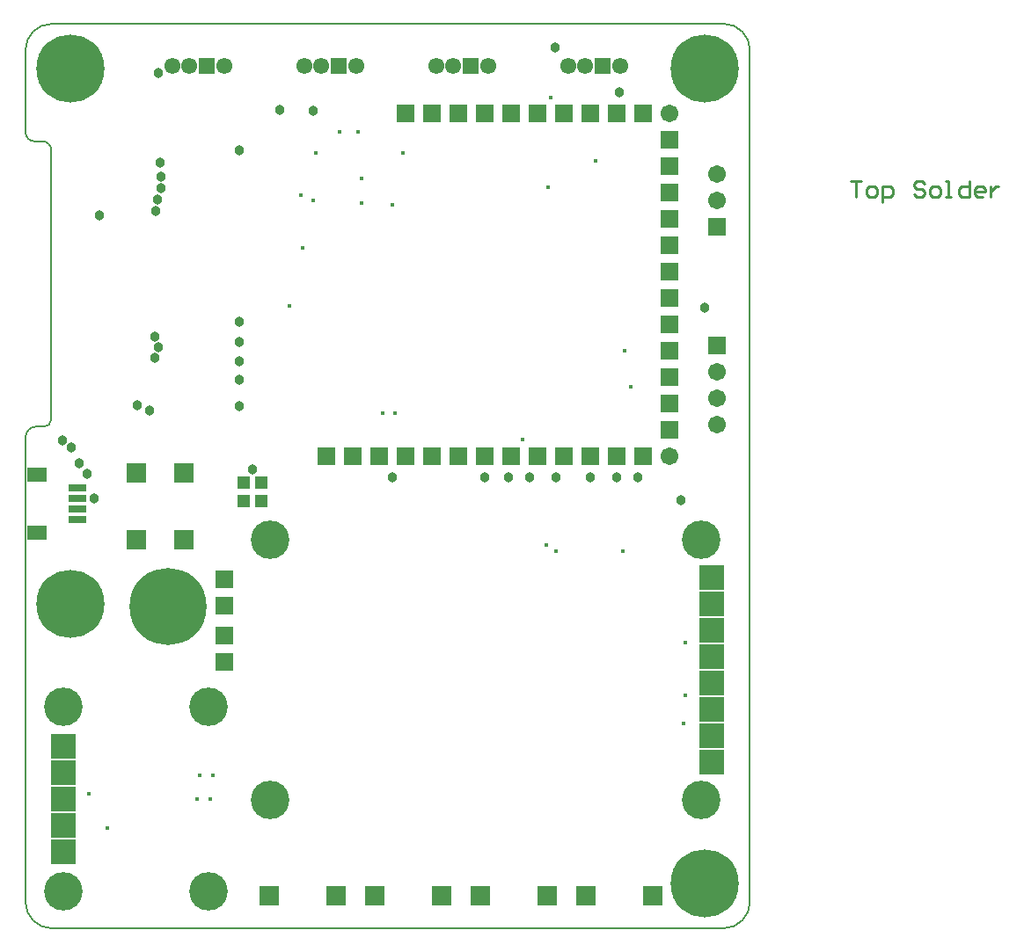
<source format=gts>
G04 Layer_Color=8388736*
%FSLAX25Y25*%
%MOIN*%
G70*
G01*
G75*
%ADD13C,0.00800*%
%ADD16C,0.01000*%
%ADD17C,0.00799*%
%ADD48R,0.07687X0.05524*%
%ADD49R,0.06902X0.03162*%
%ADD50R,0.05131X0.04737*%
%ADD51R,0.09686X0.09686*%
%ADD52C,0.14579*%
%ADD53C,0.06100*%
%ADD54R,0.06100X0.06100*%
%ADD55R,0.06706X0.06706*%
%ADD56R,0.09687X0.09687*%
%ADD57R,0.07600X0.07600*%
%ADD58C,0.06706*%
%ADD59R,0.06706X0.06706*%
%ADD60C,0.25800*%
%ADD61R,0.07600X0.07600*%
%ADD62C,0.29200*%
%ADD63C,0.01500*%
%ADD64C,0.03800*%
D13*
X264500Y-123500D02*
G03*
X274500Y-113500I0J10000D01*
G01*
X274500Y209500D02*
G03*
X264500Y219500I-10000J0D01*
G01*
X10000Y219500D02*
G03*
X0Y209500I0J-10000D01*
G01*
Y-113500D02*
G03*
X10000Y-123500I10000J0D01*
G01*
X0Y178300D02*
G03*
X3400Y174900I3400J0D01*
G01*
X9800Y171500D02*
G03*
X6400Y174900I-3400J0D01*
G01*
X4000Y66700D02*
G03*
X0Y62700I0J-4000D01*
G01*
X7000Y66700D02*
G03*
X9800Y69500I0J2800D01*
G01*
X274500Y-113500D02*
Y209500D01*
X10000Y-123500D02*
X264500D01*
X0Y-113500D02*
Y62700D01*
X9800Y69500D02*
Y171500D01*
X0Y178300D02*
Y209500D01*
D16*
X312725Y159841D02*
X316723D01*
X314724D01*
Y153843D01*
X319722D02*
X321722D01*
X322722Y154842D01*
Y156842D01*
X321722Y157841D01*
X319722D01*
X318723Y156842D01*
Y154842D01*
X319722Y153843D01*
X324721Y151843D02*
Y157841D01*
X327720D01*
X328719Y156842D01*
Y154842D01*
X327720Y153843D01*
X324721D01*
X340716Y158841D02*
X339716Y159841D01*
X337717D01*
X336717Y158841D01*
Y157841D01*
X337717Y156842D01*
X339716D01*
X340716Y155842D01*
Y154842D01*
X339716Y153843D01*
X337717D01*
X336717Y154842D01*
X343715Y153843D02*
X345714D01*
X346714Y154842D01*
Y156842D01*
X345714Y157841D01*
X343715D01*
X342715Y156842D01*
Y154842D01*
X343715Y153843D01*
X348713D02*
X350712D01*
X349713D01*
Y159841D01*
X348713D01*
X357710D02*
Y153843D01*
X354711D01*
X353711Y154842D01*
Y156842D01*
X354711Y157841D01*
X357710D01*
X362708Y153843D02*
X360709D01*
X359710Y154842D01*
Y156842D01*
X360709Y157841D01*
X362708D01*
X363708Y156842D01*
Y155842D01*
X359710D01*
X365708Y157841D02*
Y153843D01*
Y155842D01*
X366707Y156842D01*
X367707Y157841D01*
X368707D01*
D17*
X10000Y219500D02*
X264500D01*
X3400Y174900D02*
X6400D01*
X4000Y66700D02*
X7000D01*
D48*
X4472Y26476D02*
D03*
Y48524D02*
D03*
D49*
X19628Y43406D02*
D03*
Y39469D02*
D03*
Y35531D02*
D03*
Y31594D02*
D03*
D50*
X89346Y45500D02*
D03*
X82653D02*
D03*
X82653Y38500D02*
D03*
X89346D02*
D03*
D51*
X14500Y-74500D02*
D03*
Y-94500D02*
D03*
Y-84500D02*
D03*
Y-54500D02*
D03*
Y-64500D02*
D03*
D52*
Y-109500D02*
D03*
Y-39500D02*
D03*
X69500Y-109500D02*
D03*
Y-39500D02*
D03*
X256063Y-74713D02*
D03*
X92677D02*
D03*
Y23713D02*
D03*
X256063D02*
D03*
D53*
X205539Y203500D02*
D03*
X212134D02*
D03*
X225224D02*
D03*
X175224D02*
D03*
X162134D02*
D03*
X155539D02*
D03*
X105539D02*
D03*
X112134D02*
D03*
X125224D02*
D03*
X75224D02*
D03*
X62134D02*
D03*
X55539D02*
D03*
D54*
X218630D02*
D03*
X168630D02*
D03*
X118630D02*
D03*
X68630D02*
D03*
D55*
X75500Y-12500D02*
D03*
Y9000D02*
D03*
Y-22500D02*
D03*
Y-1000D02*
D03*
X194000Y185500D02*
D03*
X234000D02*
D03*
X262000Y142500D02*
D03*
Y97500D02*
D03*
X144000Y55500D02*
D03*
X154000D02*
D03*
X164000D02*
D03*
X184000D02*
D03*
X194000D02*
D03*
X204000D02*
D03*
X214000D02*
D03*
X244000Y155500D02*
D03*
Y175500D02*
D03*
Y115500D02*
D03*
Y95500D02*
D03*
X124000Y55500D02*
D03*
X174000Y185500D02*
D03*
X184000D02*
D03*
X244000Y85500D02*
D03*
Y165500D02*
D03*
D56*
X260000Y9500D02*
D03*
Y-500D02*
D03*
Y-10500D02*
D03*
Y-20500D02*
D03*
Y-30500D02*
D03*
Y-40500D02*
D03*
Y-50500D02*
D03*
Y-60500D02*
D03*
D57*
X237598Y-111000D02*
D03*
X212402D02*
D03*
X132402D02*
D03*
X157598D02*
D03*
X92402D02*
D03*
X117598D02*
D03*
X197598D02*
D03*
X172402D02*
D03*
D58*
X262000Y162500D02*
D03*
Y152500D02*
D03*
Y87500D02*
D03*
Y77500D02*
D03*
Y67500D02*
D03*
X244000Y55500D02*
D03*
Y185500D02*
D03*
D59*
X174000Y55500D02*
D03*
X244000Y65500D02*
D03*
Y75500D02*
D03*
X114000Y55500D02*
D03*
X134000D02*
D03*
X164000Y185500D02*
D03*
X154000D02*
D03*
X224000Y55500D02*
D03*
X144000Y185500D02*
D03*
X244000Y145500D02*
D03*
Y135500D02*
D03*
Y125500D02*
D03*
Y105500D02*
D03*
X234000Y55500D02*
D03*
X204000Y185500D02*
D03*
X214000D02*
D03*
X224000D02*
D03*
D60*
X17000Y-500D02*
D03*
Y202500D02*
D03*
X257500Y-106500D02*
D03*
Y202500D02*
D03*
D61*
X60000Y23902D02*
D03*
Y49098D02*
D03*
X42000Y49098D02*
D03*
Y23902D02*
D03*
D62*
X54000Y-1500D02*
D03*
D63*
X199000Y191500D02*
D03*
X105000Y134500D02*
D03*
X66000Y-65500D02*
D03*
X188500Y62000D02*
D03*
X249300Y-45900D02*
D03*
X250000Y-15000D02*
D03*
X110000Y170500D02*
D03*
X135500Y72000D02*
D03*
X140000D02*
D03*
X100000Y112500D02*
D03*
X104500Y154500D02*
D03*
X139000Y151000D02*
D03*
X143000Y170500D02*
D03*
X127500Y161000D02*
D03*
Y151500D02*
D03*
X227000Y95500D02*
D03*
X229500Y82000D02*
D03*
X216000Y167500D02*
D03*
X198000Y157500D02*
D03*
X109000Y152500D02*
D03*
X126000Y178500D02*
D03*
X119000D02*
D03*
X24000Y-72500D02*
D03*
X31000Y-85500D02*
D03*
X71000Y-65500D02*
D03*
X70000Y-74500D02*
D03*
X65000D02*
D03*
X250000Y-35000D02*
D03*
X197500Y22000D02*
D03*
X201000Y19500D02*
D03*
X226500D02*
D03*
D64*
X49000Y93000D02*
D03*
X50500Y97000D02*
D03*
X49000Y101000D02*
D03*
X42500Y75000D02*
D03*
X81000Y106500D02*
D03*
Y99000D02*
D03*
Y74500D02*
D03*
Y84500D02*
D03*
Y91500D02*
D03*
Y171500D02*
D03*
X28000Y147000D02*
D03*
X51500Y161500D02*
D03*
X49500Y148500D02*
D03*
X47000Y73000D02*
D03*
X51309Y157100D02*
D03*
X50000Y153000D02*
D03*
X51000Y167000D02*
D03*
X23500Y49000D02*
D03*
X20500Y53000D02*
D03*
X26000Y39500D02*
D03*
X50500Y201000D02*
D03*
X191000Y47500D02*
D03*
X232000D02*
D03*
X248500Y39000D02*
D03*
X224000Y47500D02*
D03*
X214000D02*
D03*
X183000D02*
D03*
X201000D02*
D03*
X174000D02*
D03*
X139000D02*
D03*
X96500Y187000D02*
D03*
X257500Y112000D02*
D03*
X14000Y61500D02*
D03*
X17500Y59000D02*
D03*
X109000Y186500D02*
D03*
X86000Y50500D02*
D03*
X200600Y210600D02*
D03*
X225000Y193500D02*
D03*
M02*

</source>
